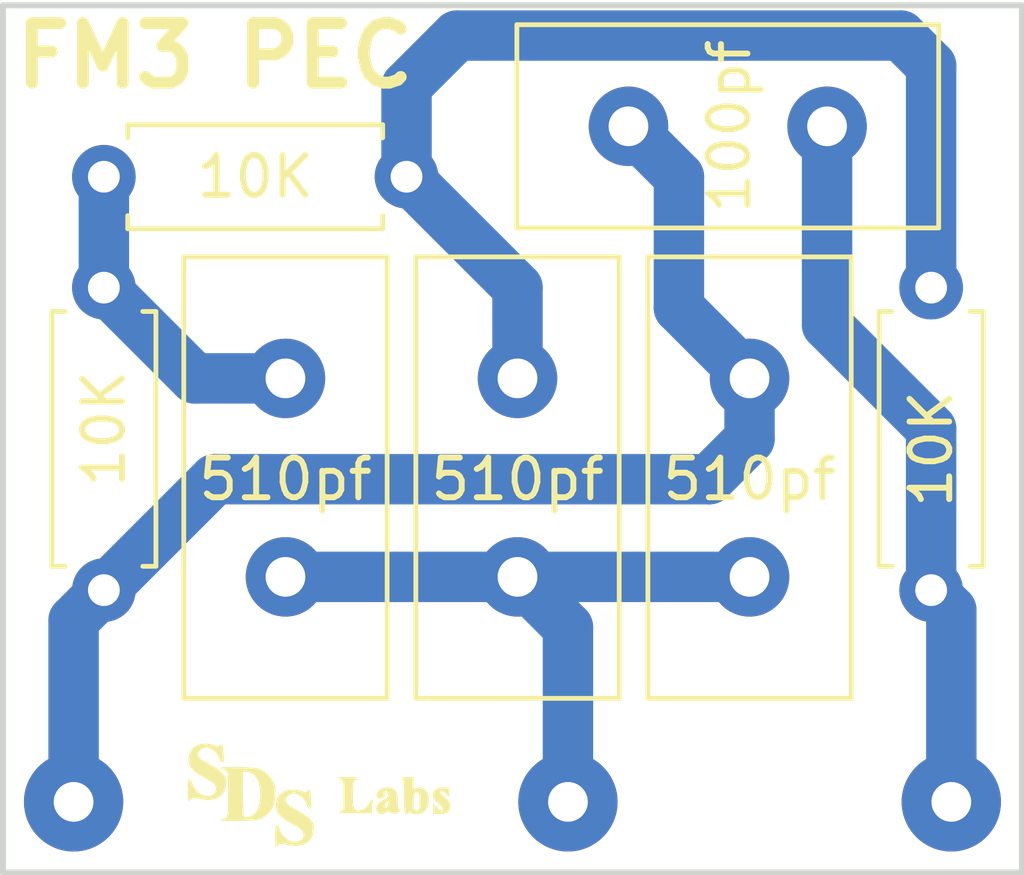
<source format=kicad_pcb>
(kicad_pcb (version 4) (host pcbnew 4.0.2-stable)

  (general
    (links 12)
    (no_connects 0)
    (area 0 0 0 0)
    (thickness 1.6)
    (drawings 5)
    (tracks 28)
    (zones 0)
    (modules 11)
    (nets 6)
  )

  (page A4)
  (layers
    (0 F.Cu signal)
    (31 B.Cu signal)
    (32 B.Adhes user)
    (33 F.Adhes user)
    (34 B.Paste user)
    (35 F.Paste user)
    (36 B.SilkS user)
    (37 F.SilkS user)
    (38 B.Mask user)
    (39 F.Mask user)
    (40 Dwgs.User user)
    (41 Cmts.User user)
    (42 Eco1.User user)
    (43 Eco2.User user)
    (44 Edge.Cuts user)
    (45 Margin user)
    (46 B.CrtYd user)
    (47 F.CrtYd user)
    (48 B.Fab user)
    (49 F.Fab user)
  )

  (setup
    (last_trace_width 1.27)
    (user_trace_width 0.254)
    (user_trace_width 0.508)
    (user_trace_width 1.27)
    (user_trace_width 2.032)
    (user_trace_width 2.54)
    (user_trace_width 3.048)
    (trace_clearance 0.2)
    (zone_clearance 0.508)
    (zone_45_only no)
    (trace_min 0.2)
    (segment_width 0.2)
    (edge_width 0.15)
    (via_size 0.6)
    (via_drill 0.4)
    (via_min_size 0.4)
    (via_min_drill 0.3)
    (uvia_size 0.3)
    (uvia_drill 0.1)
    (uvias_allowed no)
    (uvia_min_size 0.2)
    (uvia_min_drill 0.1)
    (pcb_text_width 0.3)
    (pcb_text_size 1.5 1.5)
    (mod_edge_width 0.15)
    (mod_text_size 1 1)
    (mod_text_width 0.15)
    (pad_size 1.524 1.524)
    (pad_drill 0.762)
    (pad_to_mask_clearance 0.2)
    (aux_axis_origin 0 0)
    (visible_elements FFFFFF7F)
    (pcbplotparams
      (layerselection 0x00030_80000001)
      (usegerberextensions false)
      (excludeedgelayer true)
      (linewidth 0.100000)
      (plotframeref false)
      (viasonmask false)
      (mode 1)
      (useauxorigin false)
      (hpglpennumber 1)
      (hpglpenspeed 20)
      (hpglpendiameter 15)
      (hpglpenoverlay 2)
      (psnegative false)
      (psa4output false)
      (plotreference true)
      (plotvalue true)
      (plotinvisibletext false)
      (padsonsilk false)
      (subtractmaskfromsilk false)
      (outputformat 1)
      (mirror false)
      (drillshape 1)
      (scaleselection 1)
      (outputdirectory ""))
  )

  (net 0 "")
  (net 1 "Net-(C1-Pad1)")
  (net 2 "Net-(C1-Pad2)")
  (net 3 "Net-(C2-Pad1)")
  (net 4 "Net-(C3-Pad1)")
  (net 5 "Net-(C4-Pad2)")

  (net_class Default "This is the default net class."
    (clearance 0.2)
    (trace_width 0.25)
    (via_dia 0.6)
    (via_drill 0.4)
    (uvia_dia 0.3)
    (uvia_drill 0.1)
    (add_net "Net-(C1-Pad1)")
    (add_net "Net-(C1-Pad2)")
    (add_net "Net-(C2-Pad1)")
    (add_net "Net-(C3-Pad1)")
    (add_net "Net-(C4-Pad2)")
  )

  (module Capacitors_ThroughHole:C_Disc_D11.0mm_W5.0mm_P5.00mm (layer F.Cu) (tedit 5B1471B6) (tstamp 5B13EDC9)
    (at 167.894 101.346 270)
    (descr "C, Disc series, Radial, pin pitch=5.00mm, , diameter*width=11*5.0mm^2, Capacitor, http://www.vishay.com/docs/28535/vy2series.pdf")
    (tags "C Disc series Radial pin pitch 5.00mm  diameter 11mm width 5.0mm Capacitor")
    (path /5B1323F5)
    (fp_text reference C1 (at 2.5 -3.81 270) (layer F.SilkS) hide
      (effects (font (size 1 1) (thickness 0.15)))
    )
    (fp_text value 510pf (at 2.54 0 360) (layer F.SilkS)
      (effects (font (size 1 1) (thickness 0.15)))
    )
    (fp_line (start -3 -2.5) (end -3 2.5) (layer F.Fab) (width 0.1))
    (fp_line (start -3 2.5) (end 8 2.5) (layer F.Fab) (width 0.1))
    (fp_line (start 8 2.5) (end 8 -2.5) (layer F.Fab) (width 0.1))
    (fp_line (start 8 -2.5) (end -3 -2.5) (layer F.Fab) (width 0.1))
    (fp_line (start -3.06 -2.56) (end 8.06 -2.56) (layer F.SilkS) (width 0.12))
    (fp_line (start -3.06 2.56) (end 8.06 2.56) (layer F.SilkS) (width 0.12))
    (fp_line (start -3.06 -2.56) (end -3.06 2.56) (layer F.SilkS) (width 0.12))
    (fp_line (start 8.06 -2.56) (end 8.06 2.56) (layer F.SilkS) (width 0.12))
    (fp_line (start -3.35 -2.85) (end -3.35 2.85) (layer F.CrtYd) (width 0.05))
    (fp_line (start -3.35 2.85) (end 8.35 2.85) (layer F.CrtYd) (width 0.05))
    (fp_line (start 8.35 2.85) (end 8.35 -2.85) (layer F.CrtYd) (width 0.05))
    (fp_line (start 8.35 -2.85) (end -3.35 -2.85) (layer F.CrtYd) (width 0.05))
    (fp_text user %R (at 2.5 0 270) (layer F.Fab) hide
      (effects (font (size 1 1) (thickness 0.15)))
    )
    (pad 1 thru_hole circle (at 0 0 270) (size 2 2) (drill 1) (layers *.Cu *.Mask)
      (net 1 "Net-(C1-Pad1)"))
    (pad 2 thru_hole circle (at 5 0 270) (size 2 2) (drill 1) (layers *.Cu *.Mask)
      (net 2 "Net-(C1-Pad2)"))
    (model ${KISYS3DMOD}/Capacitors_THT.3dshapes/C_Disc_D11.0mm_W5.0mm_P5.00mm.wrl
      (at (xyz 0 0 0))
      (scale (xyz 1 1 1))
      (rotate (xyz 0 0 0))
    )
  )

  (module Capacitors_ThroughHole:C_Disc_D11.0mm_W5.0mm_P5.00mm (layer F.Cu) (tedit 5B1471A7) (tstamp 5B13EDDC)
    (at 162.052 101.346 270)
    (descr "C, Disc series, Radial, pin pitch=5.00mm, , diameter*width=11*5.0mm^2, Capacitor, http://www.vishay.com/docs/28535/vy2series.pdf")
    (tags "C Disc series Radial pin pitch 5.00mm  diameter 11mm width 5.0mm Capacitor")
    (path /5B132438)
    (fp_text reference C2 (at 2.5 -3.81 270) (layer F.SilkS) hide
      (effects (font (size 1 1) (thickness 0.15)))
    )
    (fp_text value 510pf (at 2.54 0 360) (layer F.SilkS)
      (effects (font (size 1 1) (thickness 0.15)))
    )
    (fp_line (start -3 -2.5) (end -3 2.5) (layer F.Fab) (width 0.1))
    (fp_line (start -3 2.5) (end 8 2.5) (layer F.Fab) (width 0.1))
    (fp_line (start 8 2.5) (end 8 -2.5) (layer F.Fab) (width 0.1))
    (fp_line (start 8 -2.5) (end -3 -2.5) (layer F.Fab) (width 0.1))
    (fp_line (start -3.06 -2.56) (end 8.06 -2.56) (layer F.SilkS) (width 0.12))
    (fp_line (start -3.06 2.56) (end 8.06 2.56) (layer F.SilkS) (width 0.12))
    (fp_line (start -3.06 -2.56) (end -3.06 2.56) (layer F.SilkS) (width 0.12))
    (fp_line (start 8.06 -2.56) (end 8.06 2.56) (layer F.SilkS) (width 0.12))
    (fp_line (start -3.35 -2.85) (end -3.35 2.85) (layer F.CrtYd) (width 0.05))
    (fp_line (start -3.35 2.85) (end 8.35 2.85) (layer F.CrtYd) (width 0.05))
    (fp_line (start 8.35 2.85) (end 8.35 -2.85) (layer F.CrtYd) (width 0.05))
    (fp_line (start 8.35 -2.85) (end -3.35 -2.85) (layer F.CrtYd) (width 0.05))
    (fp_text user %R (at 2.5 0 270) (layer F.Fab) hide
      (effects (font (size 1 1) (thickness 0.15)))
    )
    (pad 1 thru_hole circle (at 0 0 270) (size 2 2) (drill 1) (layers *.Cu *.Mask)
      (net 3 "Net-(C2-Pad1)"))
    (pad 2 thru_hole circle (at 5 0 270) (size 2 2) (drill 1) (layers *.Cu *.Mask)
      (net 2 "Net-(C1-Pad2)"))
    (model ${KISYS3DMOD}/Capacitors_THT.3dshapes/C_Disc_D11.0mm_W5.0mm_P5.00mm.wrl
      (at (xyz 0 0 0))
      (scale (xyz 1 1 1))
      (rotate (xyz 0 0 0))
    )
  )

  (module Capacitors_ThroughHole:C_Disc_D11.0mm_W5.0mm_P5.00mm (layer F.Cu) (tedit 5B1471BE) (tstamp 5B13EDEF)
    (at 173.736 101.346 270)
    (descr "C, Disc series, Radial, pin pitch=5.00mm, , diameter*width=11*5.0mm^2, Capacitor, http://www.vishay.com/docs/28535/vy2series.pdf")
    (tags "C Disc series Radial pin pitch 5.00mm  diameter 11mm width 5.0mm Capacitor")
    (path /5B132461)
    (fp_text reference C3 (at 2.5 -3.81 270) (layer F.SilkS) hide
      (effects (font (size 1 1) (thickness 0.15)))
    )
    (fp_text value 510pf (at 2.54 0 360) (layer F.SilkS)
      (effects (font (size 1 1) (thickness 0.15)))
    )
    (fp_line (start -3 -2.5) (end -3 2.5) (layer F.Fab) (width 0.1))
    (fp_line (start -3 2.5) (end 8 2.5) (layer F.Fab) (width 0.1))
    (fp_line (start 8 2.5) (end 8 -2.5) (layer F.Fab) (width 0.1))
    (fp_line (start 8 -2.5) (end -3 -2.5) (layer F.Fab) (width 0.1))
    (fp_line (start -3.06 -2.56) (end 8.06 -2.56) (layer F.SilkS) (width 0.12))
    (fp_line (start -3.06 2.56) (end 8.06 2.56) (layer F.SilkS) (width 0.12))
    (fp_line (start -3.06 -2.56) (end -3.06 2.56) (layer F.SilkS) (width 0.12))
    (fp_line (start 8.06 -2.56) (end 8.06 2.56) (layer F.SilkS) (width 0.12))
    (fp_line (start -3.35 -2.85) (end -3.35 2.85) (layer F.CrtYd) (width 0.05))
    (fp_line (start -3.35 2.85) (end 8.35 2.85) (layer F.CrtYd) (width 0.05))
    (fp_line (start 8.35 2.85) (end 8.35 -2.85) (layer F.CrtYd) (width 0.05))
    (fp_line (start 8.35 -2.85) (end -3.35 -2.85) (layer F.CrtYd) (width 0.05))
    (fp_text user %R (at 2.5 0 270) (layer F.Fab) hide
      (effects (font (size 1 1) (thickness 0.15)))
    )
    (pad 1 thru_hole circle (at 0 0 270) (size 2 2) (drill 1) (layers *.Cu *.Mask)
      (net 4 "Net-(C3-Pad1)"))
    (pad 2 thru_hole circle (at 5 0 270) (size 2 2) (drill 1) (layers *.Cu *.Mask)
      (net 2 "Net-(C1-Pad2)"))
    (model ${KISYS3DMOD}/Capacitors_THT.3dshapes/C_Disc_D11.0mm_W5.0mm_P5.00mm.wrl
      (at (xyz 0 0 0))
      (scale (xyz 1 1 1))
      (rotate (xyz 0 0 0))
    )
  )

  (module Capacitors_ThroughHole:C_Disc_D10.5mm_W5.0mm_P5.00mm (layer F.Cu) (tedit 5B14719D) (tstamp 5B13EE02)
    (at 170.688 94.996)
    (descr "C, Disc series, Radial, pin pitch=5.00mm, , diameter*width=10.5*5.0mm^2, Capacitor, http://www.vishay.com/docs/28535/vy2series.pdf")
    (tags "C Disc series Radial pin pitch 5.00mm  diameter 10.5mm width 5.0mm Capacitor")
    (path /5B13248D)
    (fp_text reference C4 (at 2.5 -3.81) (layer F.SilkS) hide
      (effects (font (size 1 1) (thickness 0.15)))
    )
    (fp_text value 100pf (at 2.54 0 90) (layer F.SilkS)
      (effects (font (size 1 1) (thickness 0.15)))
    )
    (fp_line (start -2.75 -2.5) (end -2.75 2.5) (layer F.Fab) (width 0.1))
    (fp_line (start -2.75 2.5) (end 7.75 2.5) (layer F.Fab) (width 0.1))
    (fp_line (start 7.75 2.5) (end 7.75 -2.5) (layer F.Fab) (width 0.1))
    (fp_line (start 7.75 -2.5) (end -2.75 -2.5) (layer F.Fab) (width 0.1))
    (fp_line (start -2.81 -2.56) (end 7.81 -2.56) (layer F.SilkS) (width 0.12))
    (fp_line (start -2.81 2.56) (end 7.81 2.56) (layer F.SilkS) (width 0.12))
    (fp_line (start -2.81 -2.56) (end -2.81 2.56) (layer F.SilkS) (width 0.12))
    (fp_line (start 7.81 -2.56) (end 7.81 2.56) (layer F.SilkS) (width 0.12))
    (fp_line (start -3.1 -2.85) (end -3.1 2.85) (layer F.CrtYd) (width 0.05))
    (fp_line (start -3.1 2.85) (end 8.1 2.85) (layer F.CrtYd) (width 0.05))
    (fp_line (start 8.1 2.85) (end 8.1 -2.85) (layer F.CrtYd) (width 0.05))
    (fp_line (start 8.1 -2.85) (end -3.1 -2.85) (layer F.CrtYd) (width 0.05))
    (fp_text user %R (at 2.5 0) (layer F.Fab) hide
      (effects (font (size 1 1) (thickness 0.15)))
    )
    (pad 1 thru_hole circle (at 0 0) (size 2 2) (drill 1) (layers *.Cu *.Mask)
      (net 4 "Net-(C3-Pad1)"))
    (pad 2 thru_hole circle (at 5 0) (size 2 2) (drill 1) (layers *.Cu *.Mask)
      (net 5 "Net-(C4-Pad2)"))
    (model ${KISYS3DMOD}/Capacitors_THT.3dshapes/C_Disc_D10.5mm_W5.0mm_P5.00mm.wrl
      (at (xyz 0 0 0))
      (scale (xyz 1 1 1))
      (rotate (xyz 0 0 0))
    )
  )

  (module Wire_Pads:SolderWirePad_single_1mmDrill (layer F.Cu) (tedit 5B1470BC) (tstamp 5B13EE07)
    (at 178.816 112.014)
    (path /5B132589)
    (fp_text reference P1 (at -2.286 -1.27) (layer F.SilkS) hide
      (effects (font (size 1 1) (thickness 0.15)))
    )
    (fp_text value CONN_01X01 (at -1.905 3.175) (layer F.Fab) hide
      (effects (font (size 1 1) (thickness 0.15)))
    )
    (pad 1 thru_hole circle (at 0 0) (size 2.49936 2.49936) (drill 1.00076) (layers *.Cu *.Mask)
      (net 5 "Net-(C4-Pad2)"))
  )

  (module Wire_Pads:SolderWirePad_single_1mmDrill (layer F.Cu) (tedit 5B1470B7) (tstamp 5B13EE0C)
    (at 169.164 112.014)
    (path /5B1325F7)
    (fp_text reference P2 (at -2.286 -1.27) (layer F.SilkS) hide
      (effects (font (size 1 1) (thickness 0.15)))
    )
    (fp_text value CONN_01X01 (at -1.905 3.175) (layer F.Fab) hide
      (effects (font (size 1 1) (thickness 0.15)))
    )
    (pad 1 thru_hole circle (at 0 0) (size 2.49936 2.49936) (drill 1.00076) (layers *.Cu *.Mask)
      (net 2 "Net-(C1-Pad2)"))
  )

  (module Wire_Pads:SolderWirePad_single_1mmDrill (layer F.Cu) (tedit 5B1470B2) (tstamp 5B13EE11)
    (at 156.718 112.014)
    (path /5B13264B)
    (fp_text reference P3 (at 2.286 -1.27) (layer F.SilkS) hide
      (effects (font (size 1 1) (thickness 0.15)))
    )
    (fp_text value CONN_01X01 (at -1.905 3.175) (layer F.Fab) hide
      (effects (font (size 1 1) (thickness 0.15)))
    )
    (pad 1 thru_hole circle (at 0 0) (size 2.49936 2.49936) (drill 1.00076) (layers *.Cu *.Mask)
      (net 4 "Net-(C3-Pad1)"))
  )

  (module Resistors_ThroughHole:R_Axial_DIN0207_L6.3mm_D2.5mm_P7.62mm_Horizontal (layer F.Cu) (tedit 5B147190) (tstamp 5B13EE27)
    (at 178.308 99.06 270)
    (descr "Resistor, Axial_DIN0207 series, Axial, Horizontal, pin pitch=7.62mm, 0.25W = 1/4W, length*diameter=6.3*2.5mm^2, http://cdn-reichelt.de/documents/datenblatt/B400/1_4W%23YAG.pdf")
    (tags "Resistor Axial_DIN0207 series Axial Horizontal pin pitch 7.62mm 0.25W = 1/4W length 6.3mm diameter 2.5mm")
    (path /5B1324C8)
    (fp_text reference R1 (at 5.588 -0.508 270) (layer F.SilkS) hide
      (effects (font (size 1 1) (thickness 0.15)))
    )
    (fp_text value 10K (at 4.064 0 270) (layer F.SilkS)
      (effects (font (size 1 1) (thickness 0.15)))
    )
    (fp_line (start 0.66 -1.25) (end 0.66 1.25) (layer F.Fab) (width 0.1))
    (fp_line (start 0.66 1.25) (end 6.96 1.25) (layer F.Fab) (width 0.1))
    (fp_line (start 6.96 1.25) (end 6.96 -1.25) (layer F.Fab) (width 0.1))
    (fp_line (start 6.96 -1.25) (end 0.66 -1.25) (layer F.Fab) (width 0.1))
    (fp_line (start 0 0) (end 0.66 0) (layer F.Fab) (width 0.1))
    (fp_line (start 7.62 0) (end 6.96 0) (layer F.Fab) (width 0.1))
    (fp_line (start 0.6 -0.98) (end 0.6 -1.31) (layer F.SilkS) (width 0.12))
    (fp_line (start 0.6 -1.31) (end 7.02 -1.31) (layer F.SilkS) (width 0.12))
    (fp_line (start 7.02 -1.31) (end 7.02 -0.98) (layer F.SilkS) (width 0.12))
    (fp_line (start 0.6 0.98) (end 0.6 1.31) (layer F.SilkS) (width 0.12))
    (fp_line (start 0.6 1.31) (end 7.02 1.31) (layer F.SilkS) (width 0.12))
    (fp_line (start 7.02 1.31) (end 7.02 0.98) (layer F.SilkS) (width 0.12))
    (fp_line (start -1.05 -1.6) (end -1.05 1.6) (layer F.CrtYd) (width 0.05))
    (fp_line (start -1.05 1.6) (end 8.7 1.6) (layer F.CrtYd) (width 0.05))
    (fp_line (start 8.7 1.6) (end 8.7 -1.6) (layer F.CrtYd) (width 0.05))
    (fp_line (start 8.7 -1.6) (end -1.05 -1.6) (layer F.CrtYd) (width 0.05))
    (pad 1 thru_hole circle (at 0 0 270) (size 1.6 1.6) (drill 0.8) (layers *.Cu *.Mask)
      (net 1 "Net-(C1-Pad1)"))
    (pad 2 thru_hole oval (at 7.62 0 270) (size 1.6 1.6) (drill 0.8) (layers *.Cu *.Mask)
      (net 5 "Net-(C4-Pad2)"))
    (model ${KISYS3DMOD}/Resistors_THT.3dshapes/R_Axial_DIN0207_L6.3mm_D2.5mm_P7.62mm_Horizontal.wrl
      (at (xyz 0 0 0))
      (scale (xyz 0.393701 0.393701 0.393701))
      (rotate (xyz 0 0 0))
    )
  )

  (module Resistors_ThroughHole:R_Axial_DIN0207_L6.3mm_D2.5mm_P7.62mm_Horizontal (layer F.Cu) (tedit 5B147180) (tstamp 5B13EE3D)
    (at 157.48 96.266)
    (descr "Resistor, Axial_DIN0207 series, Axial, Horizontal, pin pitch=7.62mm, 0.25W = 1/4W, length*diameter=6.3*2.5mm^2, http://cdn-reichelt.de/documents/datenblatt/B400/1_4W%23YAG.pdf")
    (tags "Resistor Axial_DIN0207 series Axial Horizontal pin pitch 7.62mm 0.25W = 1/4W length 6.3mm diameter 2.5mm")
    (path /5B132524)
    (fp_text reference R2 (at 3.81 -2.31) (layer F.SilkS) hide
      (effects (font (size 1 1) (thickness 0.15)))
    )
    (fp_text value 10K (at 3.81 0) (layer F.SilkS)
      (effects (font (size 1 1) (thickness 0.15)))
    )
    (fp_line (start 0.66 -1.25) (end 0.66 1.25) (layer F.Fab) (width 0.1))
    (fp_line (start 0.66 1.25) (end 6.96 1.25) (layer F.Fab) (width 0.1))
    (fp_line (start 6.96 1.25) (end 6.96 -1.25) (layer F.Fab) (width 0.1))
    (fp_line (start 6.96 -1.25) (end 0.66 -1.25) (layer F.Fab) (width 0.1))
    (fp_line (start 0 0) (end 0.66 0) (layer F.Fab) (width 0.1))
    (fp_line (start 7.62 0) (end 6.96 0) (layer F.Fab) (width 0.1))
    (fp_line (start 0.6 -0.98) (end 0.6 -1.31) (layer F.SilkS) (width 0.12))
    (fp_line (start 0.6 -1.31) (end 7.02 -1.31) (layer F.SilkS) (width 0.12))
    (fp_line (start 7.02 -1.31) (end 7.02 -0.98) (layer F.SilkS) (width 0.12))
    (fp_line (start 0.6 0.98) (end 0.6 1.31) (layer F.SilkS) (width 0.12))
    (fp_line (start 0.6 1.31) (end 7.02 1.31) (layer F.SilkS) (width 0.12))
    (fp_line (start 7.02 1.31) (end 7.02 0.98) (layer F.SilkS) (width 0.12))
    (fp_line (start -1.05 -1.6) (end -1.05 1.6) (layer F.CrtYd) (width 0.05))
    (fp_line (start -1.05 1.6) (end 8.7 1.6) (layer F.CrtYd) (width 0.05))
    (fp_line (start 8.7 1.6) (end 8.7 -1.6) (layer F.CrtYd) (width 0.05))
    (fp_line (start 8.7 -1.6) (end -1.05 -1.6) (layer F.CrtYd) (width 0.05))
    (pad 1 thru_hole circle (at 0 0) (size 1.6 1.6) (drill 0.8) (layers *.Cu *.Mask)
      (net 3 "Net-(C2-Pad1)"))
    (pad 2 thru_hole oval (at 7.62 0) (size 1.6 1.6) (drill 0.8) (layers *.Cu *.Mask)
      (net 1 "Net-(C1-Pad1)"))
    (model ${KISYS3DMOD}/Resistors_THT.3dshapes/R_Axial_DIN0207_L6.3mm_D2.5mm_P7.62mm_Horizontal.wrl
      (at (xyz 0 0 0))
      (scale (xyz 0.393701 0.393701 0.393701))
      (rotate (xyz 0 0 0))
    )
  )

  (module Resistors_ThroughHole:R_Axial_DIN0207_L6.3mm_D2.5mm_P7.62mm_Horizontal (layer F.Cu) (tedit 5B14717A) (tstamp 5B13EE53)
    (at 157.48 106.68 90)
    (descr "Resistor, Axial_DIN0207 series, Axial, Horizontal, pin pitch=7.62mm, 0.25W = 1/4W, length*diameter=6.3*2.5mm^2, http://cdn-reichelt.de/documents/datenblatt/B400/1_4W%23YAG.pdf")
    (tags "Resistor Axial_DIN0207 series Axial Horizontal pin pitch 7.62mm 0.25W = 1/4W length 6.3mm diameter 2.5mm")
    (path /5B132558)
    (fp_text reference R3 (at 3.81 -2.31 90) (layer F.SilkS) hide
      (effects (font (size 1 1) (thickness 0.15)))
    )
    (fp_text value 10K (at 4.064 0 90) (layer F.SilkS)
      (effects (font (size 1 1) (thickness 0.15)))
    )
    (fp_line (start 0.66 -1.25) (end 0.66 1.25) (layer F.Fab) (width 0.1))
    (fp_line (start 0.66 1.25) (end 6.96 1.25) (layer F.Fab) (width 0.1))
    (fp_line (start 6.96 1.25) (end 6.96 -1.25) (layer F.Fab) (width 0.1))
    (fp_line (start 6.96 -1.25) (end 0.66 -1.25) (layer F.Fab) (width 0.1))
    (fp_line (start 0 0) (end 0.66 0) (layer F.Fab) (width 0.1))
    (fp_line (start 7.62 0) (end 6.96 0) (layer F.Fab) (width 0.1))
    (fp_line (start 0.6 -0.98) (end 0.6 -1.31) (layer F.SilkS) (width 0.12))
    (fp_line (start 0.6 -1.31) (end 7.02 -1.31) (layer F.SilkS) (width 0.12))
    (fp_line (start 7.02 -1.31) (end 7.02 -0.98) (layer F.SilkS) (width 0.12))
    (fp_line (start 0.6 0.98) (end 0.6 1.31) (layer F.SilkS) (width 0.12))
    (fp_line (start 0.6 1.31) (end 7.02 1.31) (layer F.SilkS) (width 0.12))
    (fp_line (start 7.02 1.31) (end 7.02 0.98) (layer F.SilkS) (width 0.12))
    (fp_line (start -1.05 -1.6) (end -1.05 1.6) (layer F.CrtYd) (width 0.05))
    (fp_line (start -1.05 1.6) (end 8.7 1.6) (layer F.CrtYd) (width 0.05))
    (fp_line (start 8.7 1.6) (end 8.7 -1.6) (layer F.CrtYd) (width 0.05))
    (fp_line (start 8.7 -1.6) (end -1.05 -1.6) (layer F.CrtYd) (width 0.05))
    (pad 1 thru_hole circle (at 0 0 90) (size 1.6 1.6) (drill 0.8) (layers *.Cu *.Mask)
      (net 4 "Net-(C3-Pad1)"))
    (pad 2 thru_hole oval (at 7.62 0 90) (size 1.6 1.6) (drill 0.8) (layers *.Cu *.Mask)
      (net 3 "Net-(C2-Pad1)"))
    (model ${KISYS3DMOD}/Resistors_THT.3dshapes/R_Axial_DIN0207_L6.3mm_D2.5mm_P7.62mm_Horizontal.wrl
      (at (xyz 0 0 0))
      (scale (xyz 0.393701 0.393701 0.393701))
      (rotate (xyz 0 0 0))
    )
  )

  (module sdsLogos:sdsLabs-small-fSilk (layer F.SilkS) (tedit 5A94A382) (tstamp 5B1476FB)
    (at 163.068 111.76)
    (fp_text reference G*** (at 0 -3.81) (layer F.SilkS) hide
      (effects (font (thickness 0.3)))
    )
    (fp_text value LOGO (at 0 -2.54) (layer F.SilkS) hide
      (effects (font (thickness 0.3)))
    )
    (fp_poly (pts (xy -0.659912 -0.030817) (xy -0.604742 -0.011442) (xy -0.534654 0.015129) (xy -0.495846 0.017202)
      (xy -0.468421 -0.005912) (xy -0.460476 -0.016437) (xy -0.427192 -0.051099) (xy -0.412001 -0.054385)
      (xy -0.40424 -0.022597) (xy -0.394017 0.051455) (xy -0.383172 0.153754) (xy -0.379843 0.1905)
      (xy -0.371185 0.306263) (xy -0.37059 0.376579) (xy -0.379085 0.412007) (xy -0.397699 0.423104)
      (xy -0.402519 0.423333) (xy -0.439951 0.399125) (xy -0.464484 0.347443) (xy -0.512814 0.235829)
      (xy -0.590826 0.140666) (xy -0.685818 0.071791) (xy -0.785088 0.03904) (xy -0.855794 0.044427)
      (xy -0.94732 0.091557) (xy -1.003977 0.160266) (xy -1.016 0.211666) (xy -1.008097 0.257476)
      (xy -0.979249 0.301137) (xy -0.921746 0.349171) (xy -0.827879 0.408101) (xy -0.699965 0.479062)
      (xy -0.532876 0.581739) (xy -0.408597 0.68557) (xy -0.33147 0.786258) (xy -0.306055 0.868815)
      (xy -0.318394 1.039664) (xy -0.374064 1.177194) (xy -0.468977 1.278705) (xy -0.599045 1.341498)
      (xy -0.760182 1.362873) (xy -0.9483 1.34013) (xy -0.999767 1.327038) (xy -1.08297 1.307024)
      (xy -1.133563 1.307255) (xy -1.172031 1.328826) (xy -1.181096 1.33672) (xy -1.227438 1.372375)
      (xy -1.251056 1.382889) (xy -1.259196 1.356713) (xy -1.265584 1.286356) (xy -1.269354 1.184074)
      (xy -1.27 1.114777) (xy -1.268171 0.984489) (xy -1.261862 0.902046) (xy -1.249842 0.858941)
      (xy -1.231194 0.846666) (xy -1.198581 0.871067) (xy -1.176244 0.927392) (xy -1.136112 1.022955)
      (xy -1.061747 1.121961) (xy -0.969998 1.203843) (xy -0.929373 1.22868) (xy -0.81931 1.264189)
      (xy -0.71481 1.261347) (xy -0.628279 1.224747) (xy -0.572123 1.158983) (xy -0.557389 1.09097)
      (xy -0.566016 1.030753) (xy -0.596999 0.9764) (xy -0.657992 0.9207) (xy -0.756645 0.856446)
      (xy -0.87895 0.788036) (xy -1.037804 0.693295) (xy -1.148007 0.603437) (xy -1.215938 0.510799)
      (xy -1.247979 0.40772) (xy -1.252633 0.339272) (xy -1.231103 0.193982) (xy -1.163876 0.079551)
      (xy -1.063856 -0.001242) (xy -0.946737 -0.044385) (xy -0.804961 -0.054402) (xy -0.659912 -0.030817)) (layer F.SilkS) (width 0.01))
    (fp_poly (pts (xy -2.262419 -0.617511) (xy -2.194278 -0.616262) (xy -2.019862 -0.612036) (xy -1.891101 -0.606713)
      (xy -1.797204 -0.598866) (xy -1.727384 -0.587071) (xy -1.670849 -0.569899) (xy -1.616812 -0.545926)
      (xy -1.600634 -0.537788) (xy -1.474868 -0.447503) (xy -1.369193 -0.323031) (xy -1.297955 -0.183108)
      (xy -1.280982 -0.120244) (xy -1.273507 -0.039244) (xy -1.272871 0.070807) (xy -1.277484 0.161289)
      (xy -1.315629 0.345786) (xy -1.398593 0.496495) (xy -1.527861 0.615798) (xy -1.581698 0.649111)
      (xy -1.631536 0.675227) (xy -1.680546 0.69426) (xy -1.738977 0.707571) (xy -1.817076 0.716526)
      (xy -1.925092 0.722486) (xy -2.073272 0.726816) (xy -2.183334 0.729152) (xy -2.372668 0.731673)
      (xy -2.509093 0.730485) (xy -2.596034 0.725428) (xy -2.636916 0.716345) (xy -2.64028 0.707985)
      (xy -2.59861 0.681258) (xy -2.572201 0.677333) (xy -2.533977 0.673473) (xy -2.505086 0.657323)
      (xy -2.484236 0.622028) (xy -2.470138 0.560732) (xy -2.461501 0.466581) (xy -2.457035 0.33272)
      (xy -2.455451 0.152293) (xy -2.455333 0.056444) (xy -2.455969 -0.146178) (xy -2.458858 -0.299266)
      (xy -2.465477 -0.409726) (xy -2.477301 -0.484461) (xy -2.486786 -0.508) (xy -2.088444 -0.508)
      (xy -2.088444 0.05174) (xy -2.087422 0.224255) (xy -2.084573 0.377366) (xy -2.08022 0.502154)
      (xy -2.07469 0.5897) (xy -2.068307 0.631084) (xy -2.067278 0.632777) (xy -2.016292 0.648563)
      (xy -1.939442 0.636098) (xy -1.855707 0.601404) (xy -1.784071 0.550504) (xy -1.773431 0.539539)
      (xy -1.706938 0.429988) (xy -1.66362 0.284276) (xy -1.644454 0.118138) (xy -1.650416 -0.05269)
      (xy -1.682483 -0.212474) (xy -1.720781 -0.308927) (xy -1.800467 -0.425676) (xy -1.896122 -0.490691)
      (xy -1.995946 -0.508) (xy -2.088444 -0.508) (xy -2.486786 -0.508) (xy -2.495804 -0.530378)
      (xy -2.522463 -0.554381) (xy -2.558751 -0.563376) (xy -2.587978 -0.564445) (xy -2.638238 -0.575754)
      (xy -2.652889 -0.595095) (xy -2.629735 -0.607464) (xy -2.558607 -0.615246) (xy -2.437002 -0.618557)
      (xy -2.262419 -0.617511)) (layer F.SilkS) (width 0.01))
    (fp_poly (pts (xy 1.66413 -0.093493) (xy 1.736949 -0.043617) (xy 1.772984 -0.00118) (xy 1.793889 0.047139)
      (xy 1.803639 0.117626) (xy 1.806207 0.226565) (xy 1.806222 0.240271) (xy 1.809358 0.345655)
      (xy 1.817912 0.415237) (xy 1.830606 0.439357) (xy 1.832494 0.438649) (xy 1.865378 0.43654)
      (xy 1.875879 0.465546) (xy 1.855647 0.50211) (xy 1.855142 0.502533) (xy 1.775474 0.544203)
      (xy 1.69188 0.551463) (xy 1.627079 0.52238) (xy 1.588026 0.492277) (xy 1.550079 0.49953)
      (xy 1.517965 0.520339) (xy 1.43021 0.560072) (xy 1.345912 0.547547) (xy 1.319389 0.533961)
      (xy 1.278651 0.481564) (xy 1.2732 0.406349) (xy 1.282544 0.380996) (xy 1.47776 0.380996)
      (xy 1.507 0.417695) (xy 1.539841 0.407034) (xy 1.566327 0.356444) (xy 1.575191 0.308271)
      (xy 1.584049 0.211666) (xy 1.521881 0.272816) (xy 1.478735 0.336602) (xy 1.47776 0.380996)
      (xy 1.282544 0.380996) (xy 1.301862 0.328586) (xy 1.3335 0.290443) (xy 1.404391 0.2365)
      (xy 1.487886 0.186433) (xy 1.490441 0.185132) (xy 1.554044 0.144014) (xy 1.576071 0.097713)
      (xy 1.575108 0.062127) (xy 1.548865 -0.003301) (xy 1.512908 -0.023772) (xy 1.47483 -0.021213)
      (xy 1.473022 0.017102) (xy 1.4757 0.028097) (xy 1.480902 0.111253) (xy 1.443144 0.157918)
      (xy 1.381771 0.169333) (xy 1.311572 0.151076) (xy 1.278599 0.105002) (xy 1.28114 0.044155)
      (xy 1.317482 -0.018418) (xy 1.385912 -0.069672) (xy 1.414727 -0.081699) (xy 1.553016 -0.111415)
      (xy 1.66413 -0.093493)) (layer F.SilkS) (width 0.01))
    (fp_poly (pts (xy 2.201333 -0.210674) (xy 2.202871 -0.122611) (xy 2.210614 -0.080053) (xy 2.229255 -0.072082)
      (xy 2.255922 -0.083674) (xy 2.356514 -0.110783) (xy 2.449439 -0.087811) (xy 2.525607 -0.021107)
      (xy 2.575925 0.082983) (xy 2.588727 0.14863) (xy 2.584016 0.304095) (xy 2.533089 0.431539)
      (xy 2.461818 0.508956) (xy 2.384804 0.546788) (xy 2.291129 0.563284) (xy 2.203914 0.556836)
      (xy 2.150533 0.530577) (xy 2.112129 0.511242) (xy 2.0828 0.530577) (xy 2.044924 0.56267)
      (xy 2.017019 0.568573) (xy 1.99762 0.542774) (xy 1.985262 0.479758) (xy 1.97848 0.374014)
      (xy 1.977418 0.312787) (xy 2.204753 0.312787) (xy 2.20701 0.396514) (xy 2.213172 0.4417)
      (xy 2.250117 0.474339) (xy 2.304535 0.47522) (xy 2.348164 0.445665) (xy 2.353536 0.435136)
      (xy 2.364956 0.374288) (xy 2.369712 0.283218) (xy 2.36821 0.182755) (xy 2.360857 0.093725)
      (xy 2.348058 0.036958) (xy 2.345686 0.032501) (xy 2.301009 0.00517) (xy 2.268507 0.00457)
      (xy 2.239562 0.018455) (xy 2.221913 0.054696) (xy 2.211834 0.125688) (xy 2.207002 0.209158)
      (xy 2.204753 0.312787) (xy 1.977418 0.312787) (xy 1.975808 0.220028) (xy 1.975556 0.127)
      (xy 1.973786 -0.049259) (xy 1.968676 -0.183839) (xy 1.960524 -0.27212) (xy 1.949628 -0.309483)
      (xy 1.947333 -0.310445) (xy 1.919931 -0.331921) (xy 1.919111 -0.338667) (xy 1.944493 -0.354766)
      (xy 2.009392 -0.364985) (xy 2.060222 -0.366889) (xy 2.201333 -0.366889) (xy 2.201333 -0.210674)) (layer F.SilkS) (width 0.01))
    (fp_poly (pts (xy 3.104444 -0.100614) (xy 3.104444 0.006137) (xy 3.100827 0.07456) (xy 3.091849 0.111034)
      (xy 3.08898 0.112889) (xy 3.062121 0.093639) (xy 3.016447 0.04642) (xy 3.00876 0.037607)
      (xy 2.950036 -0.014193) (xy 2.897474 -0.019472) (xy 2.890169 -0.01699) (xy 2.866829 -0.001831)
      (xy 2.871226 0.022273) (xy 2.908897 0.064029) (xy 2.9845 0.131389) (xy 3.066035 0.206148)
      (xy 3.111322 0.262859) (xy 3.130085 0.316222) (xy 3.132667 0.355318) (xy 3.114685 0.457762)
      (xy 3.058365 0.523186) (xy 2.960143 0.554274) (xy 2.864898 0.557059) (xy 2.70936 0.550333)
      (xy 2.70966 0.423333) (xy 2.709959 0.296333) (xy 2.782247 0.388055) (xy 2.840873 0.444885)
      (xy 2.89991 0.476006) (xy 2.945445 0.477086) (xy 2.963563 0.4445) (xy 2.943768 0.408572)
      (xy 2.892071 0.350689) (xy 2.831859 0.294302) (xy 2.754675 0.221) (xy 2.714277 0.162733)
      (xy 2.700436 0.103299) (xy 2.699926 0.085293) (xy 2.722067 -0.01357) (xy 2.788234 -0.077318)
      (xy 2.898042 -0.105674) (xy 2.966303 -0.106625) (xy 3.104444 -0.100614)) (layer F.SilkS) (width 0.01))
    (fp_poly (pts (xy 0.686151 -0.363929) (xy 0.772968 -0.355735) (xy 0.815631 -0.343336) (xy 0.818444 -0.338667)
      (xy 0.794958 -0.315282) (xy 0.765292 -0.310445) (xy 0.729488 -0.300595) (xy 0.704589 -0.265878)
      (xy 0.688836 -0.198545) (xy 0.680473 -0.090847) (xy 0.677741 0.064964) (xy 0.677719 0.075773)
      (xy 0.680581 0.237303) (xy 0.69168 0.350503) (xy 0.713941 0.423238) (xy 0.750291 0.463374)
      (xy 0.803657 0.478774) (xy 0.828051 0.479777) (xy 0.942192 0.453257) (xy 1.039117 0.380285)
      (xy 1.10027 0.283178) (xy 1.13684 0.217397) (xy 1.166339 0.199711) (xy 1.180198 0.229824)
      (xy 1.17475 0.28575) (xy 1.161593 0.378775) (xy 1.157111 0.455083) (xy 1.157111 0.536222)
      (xy 0.726722 0.535092) (xy 0.563833 0.534288) (xy 0.450786 0.532335) (xy 0.380977 0.528424)
      (xy 0.347806 0.521745) (xy 0.34467 0.51149) (xy 0.364968 0.496849) (xy 0.373944 0.491857)
      (xy 0.451556 0.449752) (xy 0.451556 0.083066) (xy 0.451243 -0.066557) (xy 0.449144 -0.169442)
      (xy 0.443519 -0.235295) (xy 0.432628 -0.273823) (xy 0.41473 -0.294733) (xy 0.388085 -0.30773)
      (xy 0.381 -0.310445) (xy 0.328909 -0.335097) (xy 0.310444 -0.35208) (xy 0.336565 -0.358602)
      (xy 0.406533 -0.363658) (xy 0.507754 -0.366515) (xy 0.564444 -0.366889) (xy 0.686151 -0.363929)) (layer F.SilkS) (width 0.01))
    (fp_poly (pts (xy -2.861246 -1.187928) (xy -2.806075 -1.168553) (xy -2.735987 -1.141982) (xy -2.697179 -1.139909)
      (xy -2.669754 -1.163023) (xy -2.661809 -1.173549) (xy -2.628525 -1.20821) (xy -2.613334 -1.211496)
      (xy -2.605573 -1.179708) (xy -2.59535 -1.105656) (xy -2.584506 -1.003357) (xy -2.581176 -0.966611)
      (xy -2.572519 -0.850848) (xy -2.571923 -0.780532) (xy -2.580419 -0.745104) (xy -2.599033 -0.734007)
      (xy -2.603852 -0.733778) (xy -2.641285 -0.757986) (xy -2.665817 -0.809668) (xy -2.714147 -0.921282)
      (xy -2.792159 -1.016445) (xy -2.887151 -1.08532) (xy -2.986421 -1.118071) (xy -3.057127 -1.112684)
      (xy -3.148653 -1.065554) (xy -3.20531 -0.996845) (xy -3.217333 -0.945445) (xy -3.209431 -0.899635)
      (xy -3.180583 -0.855974) (xy -3.12308 -0.80794) (xy -3.029212 -0.74901) (xy -2.901298 -0.678049)
      (xy -2.73421 -0.575372) (xy -2.60993 -0.471541) (xy -2.532804 -0.370853) (xy -2.507389 -0.288296)
      (xy -2.519728 -0.117448) (xy -2.575397 0.020082) (xy -2.67031 0.121594) (xy -2.800379 0.184387)
      (xy -2.961516 0.205762) (xy -3.149634 0.183019) (xy -3.2011 0.169927) (xy -3.284304 0.149913)
      (xy -3.334897 0.150144) (xy -3.373364 0.171715) (xy -3.382429 0.179609) (xy -3.428771 0.215264)
      (xy -3.452389 0.225777) (xy -3.460529 0.199601) (xy -3.466918 0.129244) (xy -3.470688 0.026963)
      (xy -3.471333 -0.042334) (xy -3.469504 -0.172622) (xy -3.463195 -0.255065) (xy -3.451175 -0.29817)
      (xy -3.432528 -0.310445) (xy -3.399914 -0.286044) (xy -3.377577 -0.229719) (xy -3.337446 -0.134156)
      (xy -3.263081 -0.035151) (xy -3.171332 0.046732) (xy -3.130707 0.071569) (xy -3.020644 0.107078)
      (xy -2.916143 0.104236) (xy -2.829612 0.067636) (xy -2.773456 0.001872) (xy -2.758722 -0.066141)
      (xy -2.767349 -0.126358) (xy -2.798333 -0.180711) (xy -2.859325 -0.236411) (xy -2.957979 -0.300666)
      (xy -3.080283 -0.369075) (xy -3.239138 -0.463816) (xy -3.34934 -0.553674) (xy -3.417271 -0.646312)
      (xy -3.449312 -0.749392) (xy -3.453966 -0.817839) (xy -3.432436 -0.963129) (xy -3.365209 -1.07756)
      (xy -3.265189 -1.158353) (xy -3.148071 -1.201496) (xy -3.006295 -1.211513) (xy -2.861246 -1.187928)) (layer F.SilkS) (width 0.01))
  )

  (gr_text "FM3 PEC" (at 160.274 93.218) (layer F.SilkS)
    (effects (font (size 1.5 1.5) (thickness 0.3)))
  )
  (gr_line (start 154.94 91.948) (end 154.94 113.792) (angle 90) (layer Edge.Cuts) (width 0.15))
  (gr_line (start 180.594 91.948) (end 154.94 91.948) (angle 90) (layer Edge.Cuts) (width 0.15))
  (gr_line (start 180.594 113.792) (end 180.594 91.948) (angle 90) (layer Edge.Cuts) (width 0.15))
  (gr_line (start 154.94 113.792) (end 180.594 113.792) (angle 90) (layer Edge.Cuts) (width 0.15))

  (segment (start 165.1 96.266) (end 165.1 93.98) (width 1.27) (layer B.Cu) (net 1))
  (segment (start 178.308 93.472) (end 178.308 99.06) (width 1.27) (layer B.Cu) (net 1) (tstamp 5B146F6D))
  (segment (start 177.546 92.71) (end 178.308 93.472) (width 1.27) (layer B.Cu) (net 1) (tstamp 5B146F66))
  (segment (start 166.37 92.71) (end 177.546 92.71) (width 1.27) (layer B.Cu) (net 1) (tstamp 5B146F62))
  (segment (start 165.1 93.98) (end 166.37 92.71) (width 1.27) (layer B.Cu) (net 1) (tstamp 5B146F5F))
  (segment (start 167.894 99.06) (end 167.894 101.346) (width 1.27) (layer B.Cu) (net 1))
  (segment (start 165.1 96.266) (end 167.894 99.06) (width 1.27) (layer B.Cu) (net 1))
  (segment (start 169.164 107.616) (end 169.164 112.014) (width 1.27) (layer B.Cu) (net 2))
  (segment (start 167.894 106.346) (end 169.164 107.616) (width 1.27) (layer B.Cu) (net 2))
  (segment (start 167.894 106.346) (end 173.736 106.346) (width 1.27) (layer B.Cu) (net 2))
  (segment (start 162.052 106.346) (end 167.894 106.346) (width 1.27) (layer B.Cu) (net 2))
  (segment (start 162.052 101.346) (end 159.766 101.346) (width 1.27) (layer B.Cu) (net 3))
  (segment (start 159.766 101.346) (end 157.48 99.06) (width 1.27) (layer B.Cu) (net 3))
  (segment (start 157.48 96.266) (end 157.48 99.06) (width 1.27) (layer B.Cu) (net 3))
  (segment (start 171.958 99.568) (end 171.958 96.266) (width 1.27) (layer B.Cu) (net 4))
  (segment (start 171.958 96.266) (end 170.688 94.996) (width 1.27) (layer B.Cu) (net 4))
  (segment (start 173.736 101.346) (end 171.958 99.568) (width 1.27) (layer B.Cu) (net 4))
  (segment (start 172.72 103.886) (end 173.736 102.87) (width 1.27) (layer B.Cu) (net 4))
  (segment (start 173.736 102.87) (end 173.736 101.346) (width 1.27) (layer B.Cu) (net 4))
  (segment (start 160.274 103.886) (end 172.72 103.886) (width 1.27) (layer B.Cu) (net 4))
  (segment (start 157.48 106.68) (end 160.274 103.886) (width 1.27) (layer B.Cu) (net 4))
  (segment (start 156.718 112.014) (end 156.718 107.442) (width 1.27) (layer B.Cu) (net 4))
  (segment (start 156.718 107.442) (end 157.48 106.68) (width 1.27) (layer B.Cu) (net 4))
  (segment (start 175.688 99.996) (end 178.308 102.616) (width 1.27) (layer B.Cu) (net 5))
  (segment (start 178.308 102.616) (end 178.308 106.68) (width 1.27) (layer B.Cu) (net 5))
  (segment (start 175.688 94.996) (end 175.688 99.996) (width 1.27) (layer B.Cu) (net 5))
  (segment (start 178.816 112.014) (end 178.816 107.188) (width 1.27) (layer B.Cu) (net 5))
  (segment (start 178.816 107.188) (end 178.308 106.68) (width 1.27) (layer B.Cu) (net 5))

)

</source>
